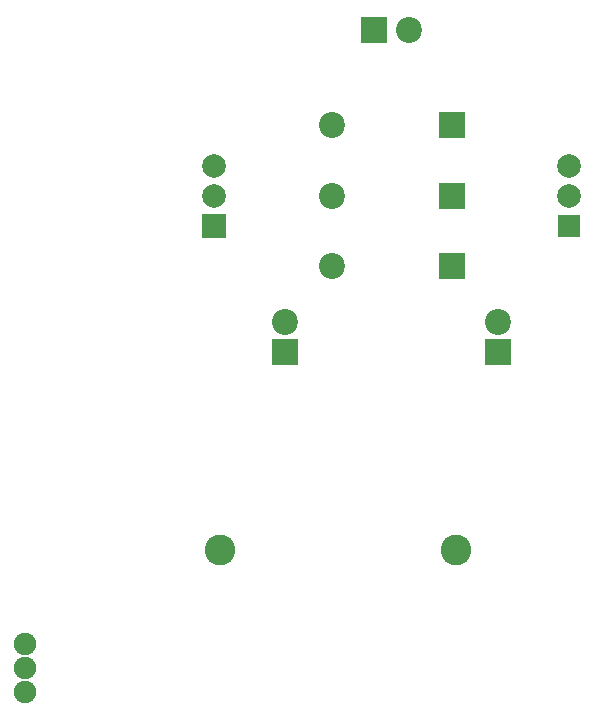
<source format=gts>
G04 #@! TF.FileFunction,Soldermask,Top*
%FSLAX46Y46*%
G04 Gerber Fmt 4.6, Leading zero omitted, Abs format (unit mm)*
G04 Created by KiCad (PCBNEW 4.0.2-stable) date 2016/06/28 0:10:47*
%MOMM*%
G01*
G04 APERTURE LIST*
%ADD10C,0.100000*%
%ADD11C,2.600000*%
%ADD12R,2.200000X2.200000*%
%ADD13C,2.200000*%
%ADD14R,2.000000X2.000000*%
%ADD15C,2.000000*%
%ADD16C,1.900000*%
%ADD17R,1.924000X1.924000*%
G04 APERTURE END LIST*
D10*
D11*
X133500000Y-121000000D03*
X153500000Y-121000000D03*
D12*
X146500000Y-77000000D03*
D13*
X149500000Y-77000000D03*
X157000000Y-101730000D03*
D12*
X157000000Y-104270000D03*
D13*
X139000000Y-101730000D03*
D12*
X139000000Y-104270000D03*
D14*
X133000000Y-93540000D03*
D15*
X133000000Y-91000000D03*
X133000000Y-88460000D03*
D13*
X142920000Y-85000000D03*
D12*
X153080000Y-85000000D03*
D13*
X142920000Y-91000000D03*
D12*
X153080000Y-91000000D03*
D13*
X142920000Y-97000000D03*
D12*
X153080000Y-97000000D03*
D16*
X117000000Y-129000000D03*
X117000000Y-131000000D03*
X117000000Y-133000000D03*
D17*
X163000000Y-93540000D03*
D15*
X163000000Y-91000000D03*
X163000000Y-88460000D03*
M02*

</source>
